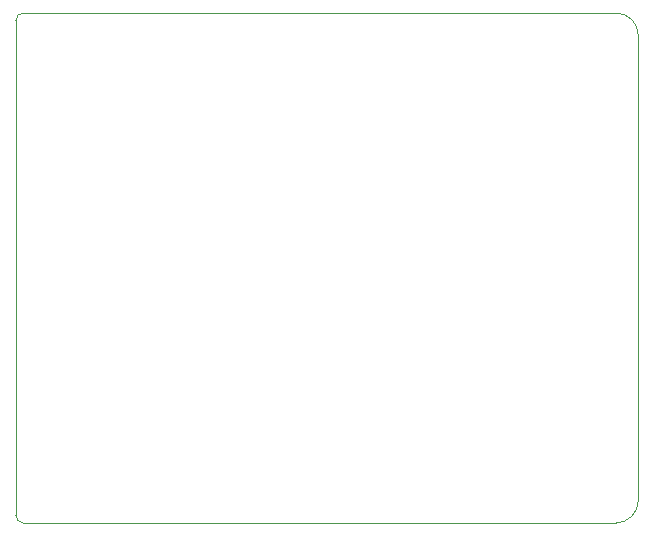
<source format=gbr>
G04 #@! TF.GenerationSoftware,KiCad,Pcbnew,(5.1.2)-2*
G04 #@! TF.CreationDate,2021-07-08T12:20:00+09:00*
G04 #@! TF.ProjectId,RIOboard,52494f62-6f61-4726-942e-6b696361645f,rev?*
G04 #@! TF.SameCoordinates,Original*
G04 #@! TF.FileFunction,Profile,NP*
%FSLAX46Y46*%
G04 Gerber Fmt 4.6, Leading zero omitted, Abs format (unit mm)*
G04 Created by KiCad (PCBNEW (5.1.2)-2) date 2021-07-08 12:20:00*
%MOMM*%
%LPD*%
G04 APERTURE LIST*
%ADD10C,0.050000*%
G04 APERTURE END LIST*
D10*
X81280000Y-132715000D02*
G75*
G02X83185000Y-134620000I0J-1905000D01*
G01*
X83185000Y-173990000D02*
G75*
G02X81280000Y-175895000I-1905000J0D01*
G01*
X31115000Y-175895000D02*
G75*
G02X30480000Y-175260000I0J635000D01*
G01*
X30480000Y-133350000D02*
G75*
G02X31115000Y-132715000I635000J0D01*
G01*
X30480000Y-175260000D02*
X30480000Y-133350000D01*
X81280000Y-175895000D02*
X31115000Y-175895000D01*
X83185000Y-134620000D02*
X83185000Y-173990000D01*
X31115000Y-132715000D02*
X81280000Y-132715000D01*
M02*

</source>
